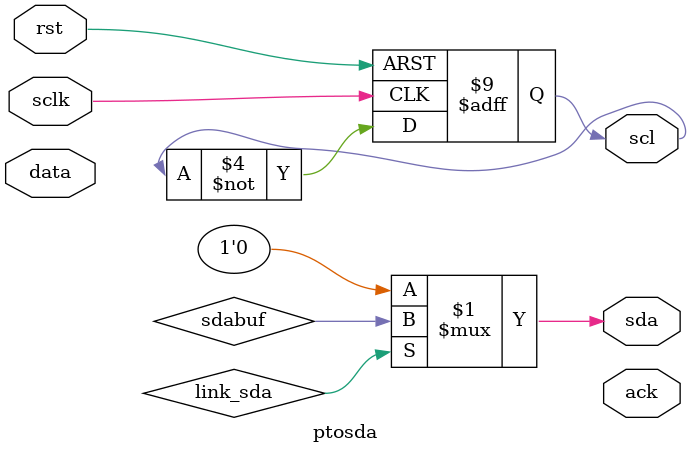
<source format=v>
module ptosda(rst,sclk,ack,scl,sda,data);
input sclk,rst;
input [3:0] data;
output ack,scl,sda;
reg scl,link_sda,ack,sdabuf;
reg [3:0] databuf;
reg [7:0] state;
assign sda = link_sda?sdabuf:1'b0;

parameter ready = 8'b0000_0000,
          start = 8'b0000_0001,
          bit1 = 8'b0000_0010,
          bit2 = 8'b0000_0100,
          bit3 = 8'b0000_1000,
          bit4 = 8'b0001_0000,
          bit5 = 8'b0010_0000,
          stop = 8'b0100_0000,
          IDLE = 8'b1000_0000;
always @(posedge sclk or negedge rst) begin
    if(!rst)
        scl<=1;
    else
        scl<=~scl;
end
always @(posedge ack) begin
    databuf<=date;
end
always @(negedge sclk or negedge rst) begin
    if(!rst)
    begin
        
    end
end
endmodule
</source>
